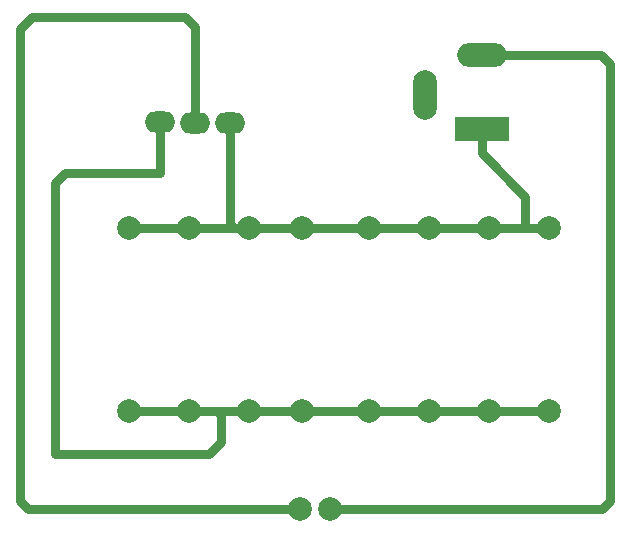
<source format=gbr>
%TF.GenerationSoftware,KiCad,Pcbnew,6.0.0*%
%TF.CreationDate,2022-01-23T12:17:03+01:00*%
%TF.ProjectId,pcb,7063622e-6b69-4636-9164-5f7063625858,1.0*%
%TF.SameCoordinates,Original*%
%TF.FileFunction,Copper,L1,Top*%
%TF.FilePolarity,Positive*%
%FSLAX46Y46*%
G04 Gerber Fmt 4.6, Leading zero omitted, Abs format (unit mm)*
G04 Created by KiCad (PCBNEW 6.0.0) date 2022-01-23 12:17:03*
%MOMM*%
%LPD*%
G01*
G04 APERTURE LIST*
%TA.AperFunction,ComponentPad*%
%ADD10C,2.000000*%
%TD*%
%TA.AperFunction,ComponentPad*%
%ADD11O,2.600000X1.800000*%
%TD*%
%TA.AperFunction,ComponentPad*%
%ADD12R,4.600000X2.000000*%
%TD*%
%TA.AperFunction,ComponentPad*%
%ADD13O,4.200000X2.000000*%
%TD*%
%TA.AperFunction,ComponentPad*%
%ADD14O,2.000000X4.200000*%
%TD*%
%TA.AperFunction,Conductor*%
%ADD15C,0.800000*%
%TD*%
G04 APERTURE END LIST*
D10*
%TO.P,R2,1*%
%TO.N,Net-(J2-Pad1)*%
X171891956Y-94613478D03*
%TO.P,R2,2*%
%TO.N,Net-(R1-Pad2)*%
X171891956Y-110113478D03*
%TD*%
%TO.P,R7,1*%
%TO.N,Net-(J2-Pad1)*%
X146491956Y-94613478D03*
%TO.P,R7,2*%
%TO.N,Net-(R1-Pad2)*%
X146491956Y-110113478D03*
%TD*%
%TO.P,R6,1*%
%TO.N,Net-(J2-Pad1)*%
X151571956Y-94613478D03*
%TO.P,R6,2*%
%TO.N,Net-(R1-Pad2)*%
X151571956Y-110113478D03*
%TD*%
D11*
%TO.P,S0,1,A*%
%TO.N,Net-(R1-Pad2)*%
X144001956Y-85675978D03*
%TO.P,S0,2,B*%
%TO.N,Net-(J1-Pad1)*%
X146999456Y-85735978D03*
%TO.P,S0,3,C*%
%TO.N,Net-(J2-Pad1)*%
X150000000Y-85728478D03*
%TD*%
D10*
%TO.P,R4,1*%
%TO.N,Net-(J2-Pad1)*%
X161731956Y-94613478D03*
%TO.P,R4,2*%
%TO.N,Net-(R1-Pad2)*%
X161731956Y-110113478D03*
%TD*%
%TO.P,R8,1*%
%TO.N,Net-(J2-Pad1)*%
X141411956Y-94613478D03*
%TO.P,R8,2*%
%TO.N,Net-(R1-Pad2)*%
X141411956Y-110113478D03*
%TD*%
%TO.P,R3,1*%
%TO.N,Net-(J2-Pad1)*%
X166811956Y-94613478D03*
%TO.P,R3,2*%
%TO.N,Net-(R1-Pad2)*%
X166811956Y-110113478D03*
%TD*%
D12*
%TO.P,J2,1*%
%TO.N,Net-(J2-Pad1)*%
X171311956Y-86268478D03*
D13*
%TO.P,J2,2*%
%TO.N,Net-(J1-Pad2)*%
X171311956Y-79968478D03*
D14*
%TO.P,J2,3*%
%TO.N,unconnected-(J2-Pad3)*%
X166511956Y-83368478D03*
%TD*%
D10*
%TO.P,R1,2*%
%TO.N,Net-(R1-Pad2)*%
X176971956Y-110113478D03*
%TO.P,R1,1*%
%TO.N,Net-(J2-Pad1)*%
X176971956Y-94613478D03*
%TD*%
%TO.P,R5,1*%
%TO.N,Net-(J2-Pad1)*%
X156101156Y-94613478D03*
%TO.P,R5,2*%
%TO.N,Net-(R1-Pad2)*%
X156101156Y-110113478D03*
%TD*%
%TO.P,J1,1,+12V*%
%TO.N,Net-(J1-Pad1)*%
X155894956Y-118473478D03*
%TO.P,J1,2,GND*%
%TO.N,Net-(J1-Pad2)*%
X158434956Y-118473478D03*
%TD*%
D15*
%TO.N,Net-(J1-Pad1)*%
X146999456Y-85735978D02*
X146999456Y-77630978D01*
X133161956Y-76793478D02*
X132161956Y-77793478D01*
X132841956Y-118473478D02*
X155894956Y-118473478D01*
X146161956Y-76793478D02*
X133161956Y-76793478D01*
X146999456Y-77630978D02*
X146161956Y-76793478D01*
X132161956Y-77793478D02*
X132161956Y-117793478D01*
X132161956Y-117793478D02*
X132841956Y-118473478D01*
%TO.N,Net-(J1-Pad2)*%
X182161956Y-80793478D02*
X182161956Y-117793478D01*
X171311956Y-79968478D02*
X181336956Y-79968478D01*
X181336956Y-79968478D02*
X182161956Y-80793478D01*
X181481956Y-118473478D02*
X158434956Y-118473478D01*
X182161956Y-117793478D02*
X181481956Y-118473478D01*
%TO.N,Net-(J2-Pad1)*%
X150341956Y-94613478D02*
X141411956Y-94613478D01*
X150000000Y-85728478D02*
X150000000Y-94271522D01*
X176971956Y-94613478D02*
X174981956Y-94613478D01*
X150000000Y-94271522D02*
X150341956Y-94613478D01*
X171311956Y-88311956D02*
X174981956Y-91981956D01*
X174981956Y-91981956D02*
X174981956Y-94613478D01*
X174981956Y-94613478D02*
X150341956Y-94613478D01*
X171311956Y-86268478D02*
X171311956Y-88311956D01*
%TO.N,Net-(R1-Pad2)*%
X135161956Y-90793478D02*
X135161956Y-113793478D01*
X135161956Y-113793478D02*
X148161956Y-113793478D01*
X149161956Y-110433478D02*
X148841956Y-110113478D01*
X144001956Y-85675978D02*
X144001956Y-90000000D01*
X176971956Y-110113478D02*
X148841956Y-110113478D01*
X148841956Y-110113478D02*
X141411956Y-110113478D01*
X144001956Y-90000000D02*
X135955434Y-90000000D01*
X135955434Y-90000000D02*
X135161956Y-90793478D01*
X149161956Y-112793478D02*
X149161956Y-110433478D01*
X148161956Y-113793478D02*
X149161956Y-112793478D01*
%TD*%
M02*

</source>
